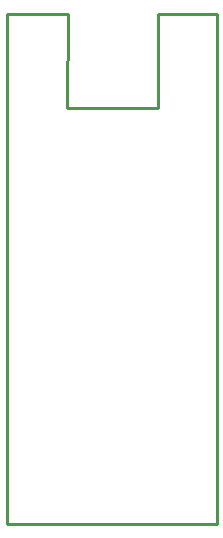
<source format=gko>
G04 Layer: BoardOutline*
G04 EasyEDA v6.1.52, Thu, 04 Jul 2019 13:45:13 GMT*
G04 5f4dbd749d0d43b7a9a8e441b0d7f472,88f35c52922c4fbc8d6ac25f651a04fd,10*
G04 Gerber Generator version 0.2*
G04 Scale: 100 percent, Rotated: No, Reflected: No *
G04 Dimensions in millimeters *
G04 leading zeros omitted , absolute positions ,3 integer and 3 decimal *
%FSLAX33Y33*%
%MOMM*%
G90*
G71D02*

%ADD10C,0.254000*%
G54D10*
G01X0Y43180D02*
G01X5153Y43180D01*
G01X5080Y35179D01*
G01X12827Y35179D01*
G01X12827Y43180D01*
G01X17780Y43180D01*
G01X17780Y0D01*
G01X0Y0D01*
G01X0Y43180D01*

%LPD*%
M00*
M02*

</source>
